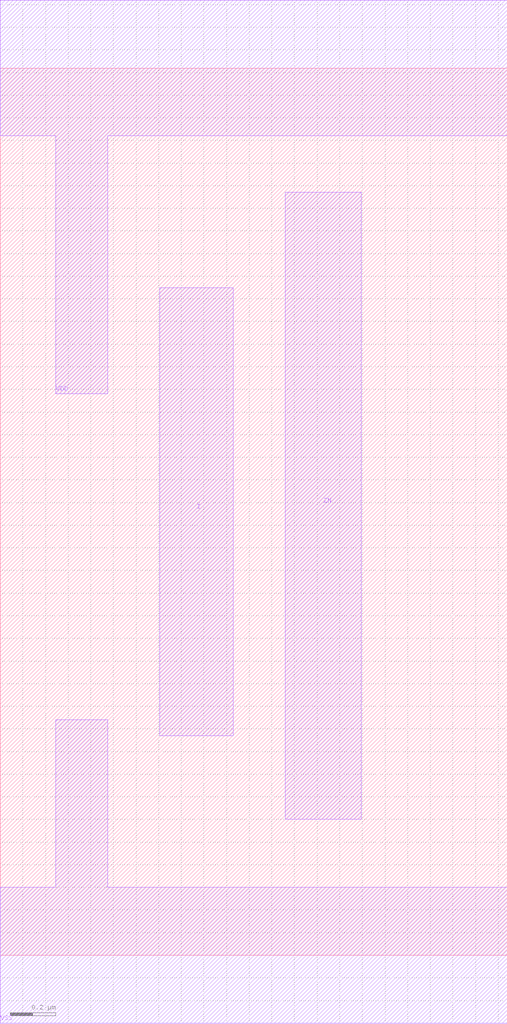
<source format=lef>
# Copyright 2022 GlobalFoundries PDK Authors
#
# Licensed under the Apache License, Version 2.0 (the "License");
# you may not use this file except in compliance with the License.
# You may obtain a copy of the License at
#
#      http://www.apache.org/licenses/LICENSE-2.0
#
# Unless required by applicable law or agreed to in writing, software
# distributed under the License is distributed on an "AS IS" BASIS,
# WITHOUT WARRANTIES OR CONDITIONS OF ANY KIND, either express or implied.
# See the License for the specific language governing permissions and
# limitations under the License.

MACRO gf180mcu_fd_sc_mcu7t5v0__clkinv_1
  CLASS core ;
  FOREIGN gf180mcu_fd_sc_mcu7t5v0__clkinv_1 0.0 0.0 ;
  ORIGIN 0 0 ;
  SYMMETRY X Y ;
  SITE GF018hv5v_mcu_sc7 ;
  SIZE 2.24 BY 3.92 ;
  PIN I
    DIRECTION INPUT ;
    ANTENNAGATEAREA 0.898 ;
    PORT
      LAYER Metal1 ;
        POLYGON 0.705 0.97 1.03 0.97 1.03 2.95 0.705 2.95  ;
    END
  END I
  PIN ZN
    DIRECTION OUTPUT ;
    ANTENNADIFFAREA 0.748 ;
    PORT
      LAYER Metal1 ;
        POLYGON 1.26 0.6 1.595 0.6 1.595 3.37 1.26 3.37  ;
    END
  END ZN
  PIN VDD
    DIRECTION INOUT ;
    USE power ;
    SHAPE ABUTMENT ;
    PORT
      LAYER Metal1 ;
        POLYGON 0 3.62 0.245 3.62 0.245 2.48 0.475 2.48 0.475 3.62 2.24 3.62 2.24 4.22 0 4.22  ;
    END
  END VDD
  PIN VSS
    DIRECTION INOUT ;
    USE ground ;
    SHAPE ABUTMENT ;
    PORT
      LAYER Metal1 ;
        POLYGON 0 -0.3 2.24 -0.3 2.24 0.3 0.475 0.3 0.475 1.04 0.245 1.04 0.245 0.3 0 0.3  ;
    END
  END VSS
END gf180mcu_fd_sc_mcu7t5v0__clkinv_1

</source>
